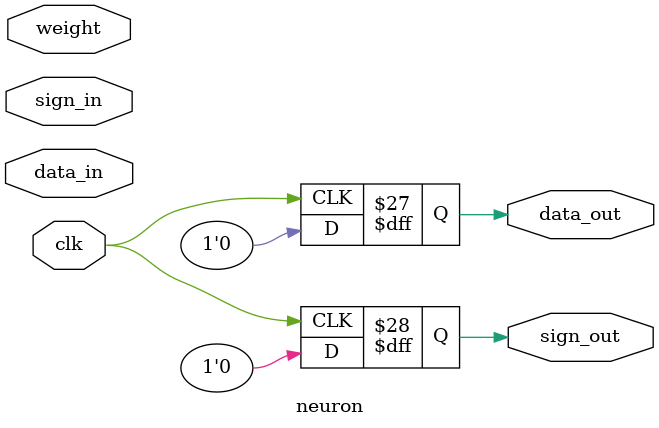
<source format=v>
`timescale 1ns / 1ps

module neuron (
  clk,
  weight,
  data_in,
  sign_in,
  data_out,
  sign_out
  );

  input clk, weight;
  input data_in, sign_in;
  output data_out, sign_out;
  // reg counter, data_out;
  reg [3:0] counter;
  reg data_out, sign_out;

  initial begin
    counter <= 4'b0;
    data_out <= 0;
    sign_out <= 0;
  end

  // The receiver
  always @ ( data_in, sign_in ) begin

    // debug block
    // $display ("counter= %d", (counter));
    // $display ("data_in=  %b", (data_in));
    // $display ("sign_in=  %b \n", (sign_in));

    if (data_in == 1 && sign_in == 1) // positive pulse
      begin
        counter <= counter + 1;
      end
    else if (data_in == 1 && sign_in == 0) // negative pulse
      begin
        counter <= (counter == 4'b0) ? 0 : counter - 1;
      end
  end

  // The transmitter
  always @ (negedge clk) begin
    if (counter > 4'b0010) begin // Threshold = 2
      data_out <= 1;
      sign_out <= weight;
      counter <= 4'b0;           // clear the counter
      #1 // generate the pulse
      data_out <= 0;
      sign_out <= 0;
    end else begin
      data_out <= 0;
      sign_out <= 0;
    end
  end

endmodule // neuron

</source>
